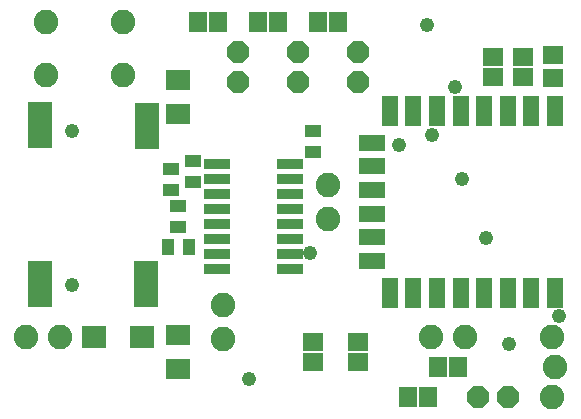
<source format=gts>
G75*
%MOIN*%
%OFA0B0*%
%FSLAX25Y25*%
%IPPOS*%
%LPD*%
%AMOC8*
5,1,8,0,0,1.08239X$1,22.5*
%
%ADD10R,0.05524X0.10249*%
%ADD11R,0.08674X0.05524*%
%ADD12R,0.08400X0.15800*%
%ADD13C,0.08200*%
%ADD14R,0.07887X0.07493*%
%ADD15R,0.07898X0.07099*%
%ADD16R,0.06706X0.05918*%
%ADD17R,0.05918X0.06706*%
%ADD18R,0.08800X0.03400*%
%ADD19R,0.05524X0.03950*%
%ADD20R,0.03950X0.05524*%
%ADD21OC8,0.07400*%
%ADD22C,0.04762*%
%ADD23C,0.04800*%
D10*
X0129537Y0047169D03*
X0137412Y0047169D03*
X0145286Y0047169D03*
X0153160Y0047169D03*
X0161034Y0047169D03*
X0168908Y0047169D03*
X0176782Y0047169D03*
X0184656Y0047169D03*
X0184656Y0107799D03*
X0176782Y0107799D03*
X0168908Y0107799D03*
X0161034Y0107799D03*
X0153160Y0107799D03*
X0145286Y0107799D03*
X0137412Y0107799D03*
X0129537Y0107799D03*
D11*
X0123632Y0097169D03*
X0123632Y0089295D03*
X0123632Y0081421D03*
X0123632Y0073547D03*
X0123632Y0065673D03*
X0123632Y0057799D03*
D12*
X0048435Y0049965D03*
X0013002Y0049965D03*
X0013002Y0103114D03*
X0048632Y0102878D03*
D13*
X0008365Y0032484D03*
X0019765Y0032484D03*
X0074065Y0031784D03*
X0074065Y0043184D03*
X0109065Y0071784D03*
X0109065Y0083184D03*
X0040487Y0119569D03*
X0040487Y0137369D03*
X0014887Y0137369D03*
X0014887Y0119569D03*
X0143365Y0032484D03*
X0154765Y0032484D03*
X0183565Y0032484D03*
X0184565Y0022484D03*
X0183565Y0012484D03*
D14*
X0047136Y0032484D03*
X0030994Y0032484D03*
D15*
X0059065Y0033083D03*
X0059065Y0021886D03*
X0059065Y0106886D03*
X0059065Y0118083D03*
D16*
X0164065Y0119138D03*
X0164065Y0125831D03*
X0174065Y0125831D03*
X0174065Y0119138D03*
X0184065Y0118744D03*
X0184065Y0126224D03*
X0119065Y0030831D03*
X0119065Y0024138D03*
X0104065Y0024138D03*
X0104065Y0030831D03*
D17*
X0135719Y0012484D03*
X0142412Y0012484D03*
X0145719Y0022484D03*
X0152412Y0022484D03*
X0112412Y0137484D03*
X0105719Y0137484D03*
X0092412Y0137484D03*
X0085719Y0137484D03*
X0072412Y0137484D03*
X0065719Y0137484D03*
D18*
X0071965Y0089984D03*
X0071965Y0084984D03*
X0071965Y0079984D03*
X0071965Y0074984D03*
X0071965Y0069984D03*
X0071965Y0064984D03*
X0071965Y0059984D03*
X0071965Y0054984D03*
X0096165Y0054984D03*
X0096165Y0059984D03*
X0096165Y0064984D03*
X0096165Y0069984D03*
X0096165Y0074984D03*
X0096165Y0079984D03*
X0096165Y0084984D03*
X0096165Y0089984D03*
D19*
X0104065Y0093941D03*
X0104065Y0101028D03*
X0064065Y0091028D03*
X0056565Y0088528D03*
X0064065Y0083941D03*
X0056565Y0081441D03*
X0059065Y0076028D03*
X0059065Y0068941D03*
D20*
X0055522Y0062484D03*
X0062608Y0062484D03*
D21*
X0079065Y0117484D03*
X0079065Y0127484D03*
X0099065Y0127484D03*
X0099065Y0117484D03*
X0119065Y0117484D03*
X0119065Y0127484D03*
X0159065Y0012484D03*
X0169065Y0012484D03*
D22*
X0169419Y0030043D03*
X0161545Y0065476D03*
X0153671Y0085161D03*
X0141860Y0136343D03*
X0023750Y0100909D03*
X0023750Y0049728D03*
X0082805Y0018232D03*
D23*
X0103065Y0060234D03*
X0132765Y0096534D03*
X0143765Y0099834D03*
X0151465Y0115784D03*
X0186115Y0039334D03*
M02*

</source>
